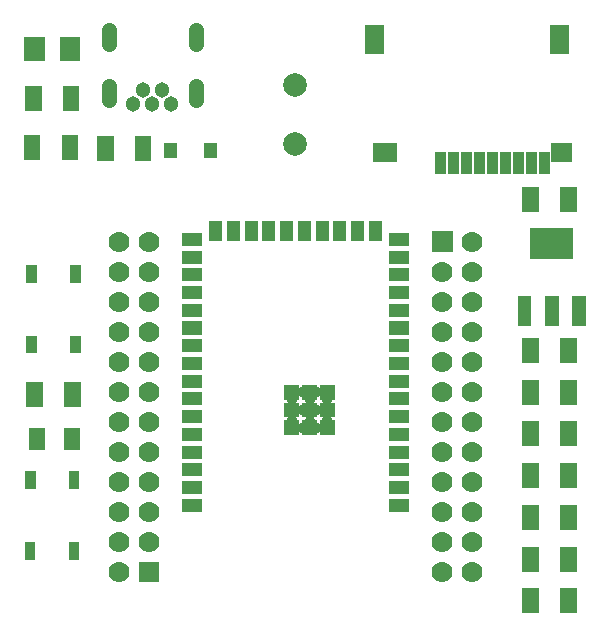
<source format=gts>
G04 Layer: TopSolderMaskLayer*
G04 EasyEDA v6.4.25, 2021-10-04T21:21:11--4:00*
G04 2cf70da8eae2490c89e5189a04a06a47,96b9eb17c6bf4bf1aa34359f555252a9,10*
G04 Gerber Generator version 0.2*
G04 Scale: 100 percent, Rotated: No, Reflected: No *
G04 Dimensions in millimeters *
G04 leading zeros omitted , absolute positions ,4 integer and 5 decimal *
%FSLAX45Y45*%
%MOMM*%

%ADD38C,1.3016*%
%ADD39C,2.0032*%
%ADD40R,0.9032X1.5032*%
%ADD47R,1.7780X1.7780*%
%ADD48C,1.7780*%
%ADD56C,0.8232*%

%LPD*%
D38*
X241980Y732627D02*
G01*
X241980Y852627D01*
X241980Y257622D02*
G01*
X241980Y377621D01*
X-502010Y257622D02*
G01*
X-502010Y377621D01*
X-502010Y732627D02*
G01*
X-502010Y852627D01*
D39*
G01*
X1080079Y390062D03*
G01*
X1080079Y-109910D03*
D40*
G01*
X-1165001Y-3559992D03*
G36*
X-1210162Y-3035254D02*
G01*
X-1210162Y-2884886D01*
X-1119738Y-2884886D01*
X-1119738Y-3035254D01*
G37*
G36*
X-840084Y-3635202D02*
G01*
X-840084Y-3484834D01*
X-749914Y-3484834D01*
X-749914Y-3635202D01*
G37*
G36*
X-840084Y-3035254D02*
G01*
X-840084Y-2884886D01*
X-749914Y-2884886D01*
X-749914Y-3035254D01*
G37*
D38*
G01*
X-292003Y227451D03*
G01*
X-132008Y227451D03*
G01*
X-211993Y347822D03*
G01*
X-51998Y347822D03*
G01*
X27985Y227451D03*
G36*
X-1215242Y589833D02*
G01*
X-1215242Y790239D01*
X-1044808Y790239D01*
X-1044808Y589833D01*
G37*
G36*
X-915268Y589833D02*
G01*
X-915268Y790239D01*
X-744834Y790239D01*
X-744834Y589833D01*
G37*
G36*
X-31856Y-232618D02*
G01*
X-31856Y-107396D01*
X73299Y-107396D01*
X73299Y-232618D01*
G37*
G36*
X306725Y-232618D02*
G01*
X306725Y-107396D01*
X411881Y-107396D01*
X411881Y-232618D01*
G37*
G36*
X-1173332Y-2700228D02*
G01*
X-1173332Y-2519888D01*
X-1042522Y-2519888D01*
X-1042522Y-2700228D01*
G37*
G36*
X-877676Y-2700228D02*
G01*
X-877676Y-2519888D01*
X-746612Y-2519888D01*
X-746612Y-2700228D01*
G37*
G36*
X2962295Y-1654002D02*
G01*
X2962295Y-1397462D01*
X3077611Y-1397462D01*
X3077611Y-1654002D01*
G37*
G36*
X3192419Y-1654002D02*
G01*
X3192419Y-1397462D01*
X3307481Y-1397462D01*
X3307481Y-1654002D01*
G37*
G36*
X3422543Y-1654002D02*
G01*
X3422543Y-1397462D01*
X3537605Y-1397462D01*
X3537605Y-1654002D01*
G37*
G36*
X3067959Y-1082502D02*
G01*
X3067959Y-825962D01*
X3432195Y-825962D01*
X3432195Y-1082502D01*
G37*
G36*
X-280268Y-255224D02*
G01*
X-280268Y-44912D01*
X-139806Y-44912D01*
X-139806Y-255224D01*
G37*
G36*
X-600054Y-255224D02*
G01*
X-600054Y-44912D01*
X-459846Y-44912D01*
X-459846Y-255224D01*
G37*
D47*
G01*
X-158094Y-3733500D03*
D48*
G01*
X-412094Y-3733500D03*
G01*
X-158094Y-3479500D03*
G01*
X-412094Y-3479500D03*
G01*
X-158094Y-3225500D03*
G01*
X-412094Y-3225500D03*
G01*
X-158094Y-2971500D03*
G01*
X-412094Y-2971500D03*
G01*
X-158094Y-2717500D03*
G01*
X-412094Y-2717500D03*
G01*
X-158094Y-2463500D03*
G01*
X-412094Y-2463500D03*
G01*
X-158094Y-2209500D03*
G01*
X-412094Y-2209500D03*
G01*
X-158094Y-1955500D03*
G01*
X-412094Y-1955500D03*
G01*
X-158094Y-1701500D03*
G01*
X-412094Y-1701500D03*
G01*
X-158094Y-1447500D03*
G01*
X-412094Y-1447500D03*
G01*
X-158094Y-1193500D03*
G01*
X-412094Y-1193500D03*
G01*
X-158094Y-939500D03*
G01*
X-412094Y-939500D03*
G36*
X2235093Y-1030432D02*
G01*
X2235093Y-852632D01*
X2412893Y-852632D01*
X2412893Y-1030432D01*
G37*
G01*
X2578018Y-941405D03*
G01*
X2324018Y-1195405D03*
G01*
X2578018Y-1195405D03*
G01*
X2324018Y-1449405D03*
G01*
X2578018Y-1449405D03*
G01*
X2324018Y-1703405D03*
G01*
X2578018Y-1703405D03*
G01*
X2324018Y-1957405D03*
G01*
X2578018Y-1957405D03*
G01*
X2324018Y-2211405D03*
G01*
X2578018Y-2211405D03*
G01*
X2324018Y-2465405D03*
G01*
X2578018Y-2465405D03*
G01*
X2324018Y-2719405D03*
G01*
X2578018Y-2719405D03*
G01*
X2324018Y-2973405D03*
G01*
X2578018Y-2973405D03*
G01*
X2324018Y-3227405D03*
G01*
X2578018Y-3227405D03*
G01*
X2324018Y-3481405D03*
G01*
X2578018Y-3481405D03*
G01*
X2324018Y-3735405D03*
G01*
X2578018Y-3735405D03*
G36*
X-1200256Y-1885142D02*
G01*
X-1200256Y-1734774D01*
X-1109832Y-1734774D01*
X-1109832Y-1885142D01*
G37*
G36*
X-1200256Y-1285194D02*
G01*
X-1200256Y-1134826D01*
X-1109832Y-1134826D01*
X-1109832Y-1285194D01*
G37*
G36*
X-830178Y-1885142D02*
G01*
X-830178Y-1734774D01*
X-739754Y-1734774D01*
X-739754Y-1885142D01*
G37*
G36*
X-830178Y-1285194D02*
G01*
X-830178Y-1134826D01*
X-739754Y-1134826D01*
X-739754Y-1285194D01*
G37*
G36*
X3319927Y-3378408D02*
G01*
X3319927Y-3168096D01*
X3460135Y-3168096D01*
X3460135Y-3378408D01*
G37*
G36*
X2999887Y-3378408D02*
G01*
X2999887Y-3168096D01*
X3140095Y-3168096D01*
X3140095Y-3378408D01*
G37*
G36*
X3319927Y-2318466D02*
G01*
X3319927Y-2108154D01*
X3460135Y-2108154D01*
X3460135Y-2318466D01*
G37*
G36*
X2999887Y-2318466D02*
G01*
X2999887Y-2108154D01*
X3140095Y-2108154D01*
X3140095Y-2318466D01*
G37*
G36*
X3319927Y-3025094D02*
G01*
X3319927Y-2814782D01*
X3460135Y-2814782D01*
X3460135Y-3025094D01*
G37*
G36*
X2999887Y-3025094D02*
G01*
X2999887Y-2814782D01*
X3140095Y-2814782D01*
X3140095Y-3025094D01*
G37*
G36*
X3319927Y-4085290D02*
G01*
X3319927Y-3874724D01*
X3460135Y-3874724D01*
X3460135Y-4085290D01*
G37*
G36*
X2999887Y-4085290D02*
G01*
X2999887Y-3874724D01*
X3140095Y-3874724D01*
X3140095Y-4085290D01*
G37*
G36*
X2999887Y-1965152D02*
G01*
X2999887Y-1754840D01*
X3140095Y-1754840D01*
X3140095Y-1965152D01*
G37*
G36*
X3319927Y-1965152D02*
G01*
X3319927Y-1754840D01*
X3460135Y-1754840D01*
X3460135Y-1965152D01*
G37*
G36*
X-1210162Y164891D02*
G01*
X-1210162Y375203D01*
X-1069954Y375203D01*
X-1069954Y164891D01*
G37*
G36*
X-890122Y164891D02*
G01*
X-890122Y375203D01*
X-749914Y375203D01*
X-749914Y164891D01*
G37*
G36*
X3319927Y-3731722D02*
G01*
X3319927Y-3521410D01*
X3460135Y-3521410D01*
X3460135Y-3731722D01*
G37*
G36*
X2999887Y-3731722D02*
G01*
X2999887Y-3521410D01*
X3140095Y-3521410D01*
X3140095Y-3731722D01*
G37*
G36*
X3319927Y-2671780D02*
G01*
X3319927Y-2461468D01*
X3460135Y-2461468D01*
X3460135Y-2671780D01*
G37*
G36*
X2999887Y-2671780D02*
G01*
X2999887Y-2461468D01*
X3140095Y-2461468D01*
X3140095Y-2671780D01*
G37*
G36*
X2261763Y-362920D02*
G01*
X2261763Y-182580D01*
X2352187Y-182580D01*
X2352187Y-362920D01*
G37*
G36*
X2371745Y-362920D02*
G01*
X2371745Y-182580D01*
X2462169Y-182580D01*
X2462169Y-362920D01*
G37*
G36*
X2481727Y-362920D02*
G01*
X2481727Y-182580D01*
X2572151Y-182580D01*
X2572151Y-362920D01*
G37*
G36*
X2591709Y-362920D02*
G01*
X2591709Y-182580D01*
X2682133Y-182580D01*
X2682133Y-362920D01*
G37*
G36*
X2701691Y-362920D02*
G01*
X2701691Y-182580D01*
X2792115Y-182580D01*
X2792115Y-362920D01*
G37*
G36*
X2811673Y-362920D02*
G01*
X2811673Y-182580D01*
X2902097Y-182580D01*
X2902097Y-362920D01*
G37*
G36*
X2921655Y-362920D02*
G01*
X2921655Y-182580D01*
X3012079Y-182580D01*
X3012079Y-362920D01*
G37*
G36*
X3031637Y-362920D02*
G01*
X3031637Y-182580D01*
X3122061Y-182580D01*
X3122061Y-362920D01*
G37*
G36*
X3141619Y-362920D02*
G01*
X3141619Y-182580D01*
X3232043Y-182580D01*
X3232043Y-362920D01*
G37*
G36*
X3241695Y-267416D02*
G01*
X3241695Y-107142D01*
X3422035Y-107142D01*
X3422035Y-267416D01*
G37*
G36*
X3231789Y652571D02*
G01*
X3231789Y892855D01*
X3392063Y892855D01*
X3392063Y652571D01*
G37*
G36*
X1736745Y-267416D02*
G01*
X1736745Y-107142D01*
X1937151Y-107142D01*
X1937151Y-267416D01*
G37*
G36*
X1671721Y652571D02*
G01*
X1671721Y892855D01*
X1831995Y892855D01*
X1831995Y652571D01*
G37*
G36*
X1869841Y-2325070D02*
G01*
X1869841Y-2214834D01*
X2040275Y-2214834D01*
X2040275Y-2325070D01*
G37*
G36*
X1869841Y-2175210D02*
G01*
X1869841Y-2064720D01*
X2040275Y-2064720D01*
X2040275Y-2175210D01*
G37*
G36*
X1869841Y-2025096D02*
G01*
X1869841Y-1914860D01*
X2040275Y-1914860D01*
X2040275Y-2025096D01*
G37*
G36*
X1869841Y-1875236D02*
G01*
X1869841Y-1764746D01*
X2040275Y-1764746D01*
X2040275Y-1875236D01*
G37*
G36*
X1869841Y-1725122D02*
G01*
X1869841Y-1614886D01*
X2040275Y-1614886D01*
X2040275Y-1725122D01*
G37*
G36*
X1869841Y-1575262D02*
G01*
X1869841Y-1464772D01*
X2040275Y-1464772D01*
X2040275Y-1575262D01*
G37*
G36*
X1869841Y-1425148D02*
G01*
X1869841Y-1314912D01*
X2040275Y-1314912D01*
X2040275Y-1425148D01*
G37*
G36*
X1869841Y-1275288D02*
G01*
X1869841Y-1164798D01*
X2040275Y-1164798D01*
X2040275Y-1275288D01*
G37*
G36*
X1869841Y-1125174D02*
G01*
X1869841Y-1014938D01*
X2040275Y-1014938D01*
X2040275Y-1125174D01*
G37*
G36*
X1869841Y-975060D02*
G01*
X1869841Y-864824D01*
X2040275Y-864824D01*
X2040275Y-975060D01*
G37*
G36*
X1869841Y-2475184D02*
G01*
X1869841Y-2364948D01*
X2040275Y-2364948D01*
X2040275Y-2475184D01*
G37*
G36*
X1869841Y-2625044D02*
G01*
X1869841Y-2514808D01*
X2040275Y-2514808D01*
X2040275Y-2625044D01*
G37*
G36*
X1869841Y-2775158D02*
G01*
X1869841Y-2664922D01*
X2040275Y-2664922D01*
X2040275Y-2775158D01*
G37*
G36*
X1869841Y-2925272D02*
G01*
X1869841Y-2814782D01*
X2040275Y-2814782D01*
X2040275Y-2925272D01*
G37*
G36*
X1869841Y-3075132D02*
G01*
X1869841Y-2964896D01*
X2040275Y-2964896D01*
X2040275Y-3075132D01*
G37*
G36*
X1869841Y-3225246D02*
G01*
X1869841Y-3114756D01*
X2040275Y-3114756D01*
X2040275Y-3225246D01*
G37*
G36*
X1699915Y-930102D02*
G01*
X1699915Y-759922D01*
X1810151Y-759922D01*
X1810151Y-930102D01*
G37*
G36*
X1549801Y-930102D02*
G01*
X1549801Y-759922D01*
X1660037Y-759922D01*
X1660037Y-930102D01*
G37*
G36*
X1399941Y-930102D02*
G01*
X1399941Y-759922D01*
X1510177Y-759922D01*
X1510177Y-930102D01*
G37*
G36*
X1249827Y-930102D02*
G01*
X1249827Y-759922D01*
X1360063Y-759922D01*
X1360063Y-930102D01*
G37*
G36*
X1099967Y-930102D02*
G01*
X1099967Y-759922D01*
X1210203Y-759922D01*
X1210203Y-930102D01*
G37*
G36*
X949853Y-930102D02*
G01*
X949853Y-759922D01*
X1060089Y-759922D01*
X1060089Y-930102D01*
G37*
G36*
X799739Y-930102D02*
G01*
X799739Y-759922D01*
X910229Y-759922D01*
X910229Y-930102D01*
G37*
G36*
X649879Y-930102D02*
G01*
X649879Y-759922D01*
X760115Y-759922D01*
X760115Y-930102D01*
G37*
G36*
X499765Y-930102D02*
G01*
X499765Y-759922D01*
X610255Y-759922D01*
X610255Y-930102D01*
G37*
G36*
X349905Y-930102D02*
G01*
X349905Y-759922D01*
X460141Y-759922D01*
X460141Y-930102D01*
G37*
G36*
X119781Y-975060D02*
G01*
X119781Y-864824D01*
X290215Y-864824D01*
X290215Y-975060D01*
G37*
G36*
X119781Y-1125174D02*
G01*
X119781Y-1014938D01*
X290215Y-1014938D01*
X290215Y-1125174D01*
G37*
G36*
X119781Y-1275288D02*
G01*
X119781Y-1164798D01*
X290215Y-1164798D01*
X290215Y-1275288D01*
G37*
G36*
X119781Y-1425148D02*
G01*
X119781Y-1314912D01*
X290215Y-1314912D01*
X290215Y-1425148D01*
G37*
G36*
X119781Y-1575262D02*
G01*
X119781Y-1464772D01*
X290215Y-1464772D01*
X290215Y-1575262D01*
G37*
G36*
X119781Y-1725122D02*
G01*
X119781Y-1614886D01*
X290215Y-1614886D01*
X290215Y-1725122D01*
G37*
G36*
X119781Y-1875236D02*
G01*
X119781Y-1764746D01*
X290215Y-1764746D01*
X290215Y-1875236D01*
G37*
G36*
X119781Y-2025096D02*
G01*
X119781Y-1914860D01*
X290215Y-1914860D01*
X290215Y-2025096D01*
G37*
G36*
X119781Y-2175210D02*
G01*
X119781Y-2064720D01*
X290215Y-2064720D01*
X290215Y-2175210D01*
G37*
G36*
X119781Y-2325070D02*
G01*
X119781Y-2214834D01*
X290215Y-2214834D01*
X290215Y-2325070D01*
G37*
G36*
X119781Y-2475184D02*
G01*
X119781Y-2364948D01*
X290215Y-2364948D01*
X290215Y-2475184D01*
G37*
G36*
X119781Y-2625044D02*
G01*
X119781Y-2514808D01*
X290215Y-2514808D01*
X290215Y-2625044D01*
G37*
G36*
X119781Y-2775158D02*
G01*
X119781Y-2664922D01*
X290215Y-2664922D01*
X290215Y-2775158D01*
G37*
G36*
X119781Y-2925272D02*
G01*
X119781Y-2814782D01*
X290215Y-2814782D01*
X290215Y-2925272D01*
G37*
G36*
X119781Y-3075132D02*
G01*
X119781Y-2964896D01*
X290215Y-2964896D01*
X290215Y-3075132D01*
G37*
G36*
X119781Y-3225246D02*
G01*
X119781Y-3114756D01*
X290215Y-3114756D01*
X290215Y-3225246D01*
G37*
G36*
X1286403Y-2577546D02*
G01*
X1286403Y-2452324D01*
X1411625Y-2452324D01*
X1411625Y-2577546D01*
G37*
G36*
X1136289Y-2577546D02*
G01*
X1136289Y-2452324D01*
X1261765Y-2452324D01*
X1261765Y-2577546D01*
G37*
G36*
X986429Y-2577546D02*
G01*
X986429Y-2452324D01*
X1111651Y-2452324D01*
X1111651Y-2577546D01*
G37*
G36*
X986429Y-2427686D02*
G01*
X986429Y-2302464D01*
X1111651Y-2302464D01*
X1111651Y-2427686D01*
G37*
G36*
X1136289Y-2427686D02*
G01*
X1136289Y-2302464D01*
X1261765Y-2302464D01*
X1261765Y-2427686D01*
G37*
G36*
X1286403Y-2427686D02*
G01*
X1286403Y-2302464D01*
X1411625Y-2302464D01*
X1411625Y-2427686D01*
G37*
G36*
X986429Y-2277572D02*
G01*
X986429Y-2152350D01*
X1111651Y-2152350D01*
X1111651Y-2277572D01*
G37*
G36*
X1136289Y-2277572D02*
G01*
X1136289Y-2152350D01*
X1261765Y-2152350D01*
X1261765Y-2277572D01*
G37*
G36*
X1286403Y-2277572D02*
G01*
X1286403Y-2152350D01*
X1411625Y-2152350D01*
X1411625Y-2277572D01*
G37*
D56*
G01*
X1274008Y-2515036D03*
G01*
X1123995Y-2515036D03*
G01*
X1048989Y-2440030D03*
G01*
X1048989Y-2290018D03*
G01*
X1123995Y-2215037D03*
G01*
X1274008Y-2215037D03*
G01*
X1274008Y-2365024D03*
G01*
X1123995Y-2365024D03*
G01*
X1199001Y-2445034D03*
G01*
X1199001Y-2289027D03*
G01*
X1349014Y-2442011D03*
G01*
X1348988Y-2289027D03*
G36*
X-900282Y-245064D02*
G01*
X-900282Y-34752D01*
X-759820Y-34752D01*
X-759820Y-245064D01*
G37*
G36*
X-1220068Y-245064D02*
G01*
X-1220068Y-34752D01*
X-1079860Y-34752D01*
X-1079860Y-245064D01*
G37*
G36*
X2999887Y-685246D02*
G01*
X2999887Y-474934D01*
X3140095Y-474934D01*
X3140095Y-685246D01*
G37*
G36*
X3319927Y-685246D02*
G01*
X3319927Y-474934D01*
X3460135Y-474934D01*
X3460135Y-685246D01*
G37*
G36*
X-880216Y-2335230D02*
G01*
X-880216Y-2124918D01*
X-739754Y-2124918D01*
X-739754Y-2335230D01*
G37*
G36*
X-1200256Y-2335230D02*
G01*
X-1200256Y-2124918D01*
X-1059794Y-2124918D01*
X-1059794Y-2335230D01*
G37*
M02*

</source>
